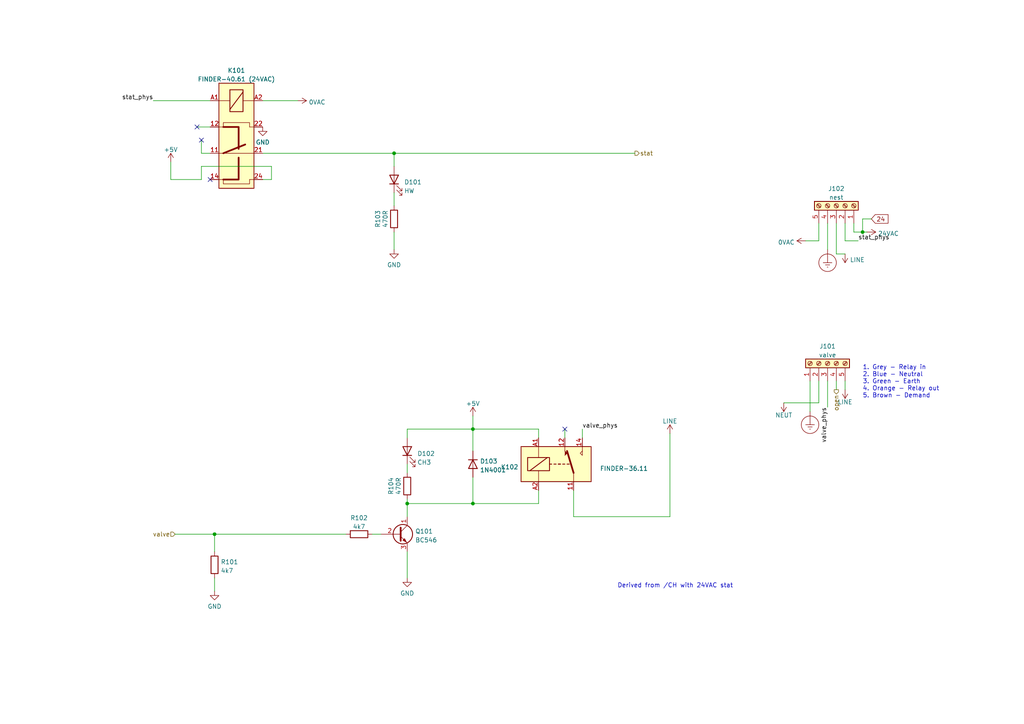
<source format=kicad_sch>
(kicad_sch (version 20211123) (generator eeschema)
  (paper "A4")
  (lib_symbols
    (symbol "Connector:Screw_Terminal_01x05" (pin_names (offset 1.016) hide)
      (property "Reference" "J" (at 0 7.62 0))
      (property "Value" "Screw_Terminal_01x05" (at 0 -7.62 0))
      (symbol "Screw_Terminal_01x05_1_1"
        (rectangle (start -1.27 6.35) (end 1.27 -6.35) (stroke (width 0.254)) (fill (type background)))
        (circle (center 0 -5.08) (radius 0.635) (stroke (width 0.1524)))
        (circle (center 0 -2.54) (radius 0.635) (stroke (width 0.1524)))
        (polyline (pts (xy -0.5334 -4.7498) (xy 0.3302 -5.588)) (stroke (width 0.1524)))
        (polyline (pts (xy -0.5334 -2.2098) (xy 0.3302 -3.048)) (stroke (width 0.1524)))
        (polyline (pts (xy -0.5334 0.3302) (xy 0.3302 -0.508)) (stroke (width 0.1524)))
        (polyline (pts (xy -0.5334 2.8702) (xy 0.3302 2.032)) (stroke (width 0.1524)))
        (polyline (pts (xy -0.5334 5.4102) (xy 0.3302 4.572)) (stroke (width 0.1524)))
        (polyline (pts (xy -0.3556 -4.572) (xy 0.508 -5.4102)) (stroke (width 0.1524)))
        (polyline (pts (xy -0.3556 -2.032) (xy 0.508 -2.8702)) (stroke (width 0.1524)))
        (polyline (pts (xy -0.3556 0.508) (xy 0.508 -0.3302)) (stroke (width 0.1524)))
        (polyline (pts (xy -0.3556 3.048) (xy 0.508 2.2098)) (stroke (width 0.1524)))
        (polyline (pts (xy -0.3556 5.588) (xy 0.508 4.7498)) (stroke (width 0.1524)))
        (circle (center 0 0) (radius 0.635) (stroke (width 0.1524)))
        (circle (center 0 2.54) (radius 0.635) (stroke (width 0.1524)))
        (circle (center 0 5.08) (radius 0.635) (stroke (width 0.1524)))
        (pin passive line (at -5.08 5.08 0) (length 3.81) (name "Pin_1") (number "1"))
        (pin passive line (at -5.08 2.54 0) (length 3.81) (name "Pin_2") (number "2"))
        (pin passive line (at -5.08 0 0) (length 3.81) (name "Pin_3") (number "3"))
        (pin passive line (at -5.08 -2.54 0) (length 3.81) (name "Pin_4") (number "4"))
        (pin passive line (at -5.08 -5.08 0) (length 3.81) (name "Pin_5") (number "5"))
      )
    )
    (symbol "Device:LED" (pin_numbers hide) (pin_names (offset 1.016) hide)
      (property "Reference" "D" (at 0 2.54 0))
      (property "Value" "LED" (at 0 -2.54 0))
      (symbol "LED_0_1"
        (polyline (pts (xy -1.27 -1.27) (xy -1.27 1.27)) (stroke (width 0.254)))
        (polyline (pts (xy -1.27 0) (xy 1.27 0)))
        (polyline (pts (xy 1.27 -1.27) (xy 1.27 1.27) (xy -1.27 0) (xy 1.27 -1.27)) (stroke (width 0.254)))
        (polyline (pts (xy -3.048 -0.762) (xy -4.572 -2.286) (xy -3.81 -2.286) (xy -4.572 -2.286) (xy -4.572 -1.524)))
        (polyline (pts (xy -1.778 -0.762) (xy -3.302 -2.286) (xy -2.54 -2.286) (xy -3.302 -2.286) (xy -3.302 -1.524)))
      )
      (symbol "LED_1_1"
        (pin passive line (at -3.81 0 0) (length 2.54) (name "K") (number "1"))
        (pin passive line (at 3.81 0 180) (length 2.54) (name "A") (number "2"))
      )
    )
    (symbol "Device:R" (pin_numbers hide) (pin_names (offset 0))
      (property "Reference" "R" (at 2.032 0 90))
      (property "Value" "R" (at 0 0 90))
      (symbol "R_0_1"
        (rectangle (start -1.016 -2.54) (end 1.016 2.54) (stroke (width 0.254)))
      )
      (symbol "R_1_1"
        (pin passive line (at 0 3.81 270) (length 1.27) (name "~") (number "1"))
        (pin passive line (at 0 -3.81 90) (length 1.27) (name "~") (number "2"))
      )
    )
    (symbol "Diode:1N4001" (pin_numbers hide) (pin_names (offset 1.016) hide)
      (property "Reference" "D" (at 0 2.54 0))
      (property "Value" "1N4001" (at 0 -2.54 0))
      (symbol "1N4001_0_1"
        (polyline (pts (xy -1.27 1.27) (xy -1.27 -1.27)) (stroke (width 0.254)))
        (polyline (pts (xy 1.27 0) (xy -1.27 0)))
        (polyline (pts (xy 1.27 1.27) (xy 1.27 -1.27) (xy -1.27 0) (xy 1.27 1.27)) (stroke (width 0.254)))
      )
      (symbol "1N4001_1_1"
        (pin passive line (at -3.81 0 0) (length 2.54) (name "K") (number "1"))
        (pin passive line (at 3.81 0 180) (length 2.54) (name "A") (number "2"))
      )
    )
    (symbol "Transistor_BJT:BC546" (pin_names (offset 0) hide)
      (property "Reference" "Q" (at 5.08 1.905 0))
      (property "Value" "BC546" (at 5.08 0 0))
      (symbol "BC546_0_1"
        (polyline (pts (xy 0 0) (xy 0.635 0)))
        (polyline (pts (xy 0.635 0.635) (xy 2.54 2.54)))
        (polyline (pts (xy 0.635 -0.635) (xy 2.54 -2.54) (xy 2.54 -2.54)))
        (polyline (pts (xy 0.635 1.905) (xy 0.635 -1.905) (xy 0.635 -1.905)) (stroke (width 0.508)))
        (polyline (pts (xy 1.27 -1.778) (xy 1.778 -1.27) (xy 2.286 -2.286) (xy 1.27 -1.778) (xy 1.27 -1.778)) (fill (type outline)))
        (circle (center 1.27 0) (radius 2.8194) (stroke (width 0.254)))
      )
      (symbol "BC546_1_1"
        (pin passive line (at 2.54 5.08 270) (length 2.54) (name "C") (number "1"))
        (pin input line (at -5.08 0 0) (length 5.08) (name "B") (number "2"))
        (pin passive line (at 2.54 -5.08 90) (length 2.54) (name "E") (number "3"))
      )
    )
    (symbol "boiler_ctrl_v2:0VAC" (power) (pin_names (offset 0))
      (property "Value" "0VAC" (at 0 3.81 0))
      (symbol "0VAC_0_1"
        (polyline (pts (xy -0.762 1.27) (xy 0 2.54)))
        (polyline (pts (xy 0 0) (xy 0 2.54)))
        (polyline (pts (xy 0 2.54) (xy 0.762 1.27)))
      )
      (symbol "0VAC_1_1"
        (pin power_in line (at 0 0 90) (length 0) hide (name "0VAC") (number "1"))
      )
    )
    (symbol "boiler_ctrl_v2:24VAC" (power) (pin_names (offset 0))
      (property "Value" "24VAC" (at 0 3.81 0))
      (symbol "24VAC_0_1"
        (polyline (pts (xy -0.762 1.27) (xy 0 2.54)))
        (polyline (pts (xy 0 0) (xy 0 2.54)))
        (polyline (pts (xy 0 2.54) (xy 0.762 1.27)))
      )
      (symbol "24VAC_1_1"
        (pin power_out line (at 0 0 90) (length 0) hide (name "24VAC") (number "1"))
      )
    )
    (symbol "edd:FINDER-36.11"
      (property "Reference" "K" (at 11.43 3.81 0))
      (property "Value" "FINDER-36.11" (at 11.43 1.27 0))
      (symbol "FINDER-36.11_0_0"
        (polyline (pts (xy 2.54 3.81) (xy 2.54 5.08)))
        (polyline (pts (xy 7.62 3.81) (xy 7.62 5.08)))
        (polyline (pts (xy 7.62 3.81) (xy 7.62 2.54) (xy 6.985 3.175) (xy 7.62 3.81)))
      )
      (symbol "FINDER-36.11_0_1"
        (rectangle (start -10.16 5.08) (end 10.16 -5.08) (stroke (width 0.254)) (fill (type background)))
        (rectangle (start -8.255 1.905) (end -1.905 -1.905) (stroke (width 0.254)))
        (polyline (pts (xy -7.62 -1.905) (xy -2.54 1.905)) (stroke (width 0.254)))
        (polyline (pts (xy -5.08 -5.08) (xy -5.08 -1.905)))
        (polyline (pts (xy -5.08 5.08) (xy -5.08 1.905)))
        (polyline (pts (xy -1.905 0) (xy -1.27 0)) (stroke (width 0.254)))
        (polyline (pts (xy -0.635 0) (xy 0 0)) (stroke (width 0.254)))
        (polyline (pts (xy 0.635 0) (xy 1.27 0)) (stroke (width 0.254)))
        (polyline (pts (xy 0.635 0) (xy 1.27 0)) (stroke (width 0.254)))
        (polyline (pts (xy 1.905 0) (xy 2.54 0)) (stroke (width 0.254)))
        (polyline (pts (xy 3.175 0) (xy 3.81 0)) (stroke (width 0.254)))
        (polyline (pts (xy 5.08 -2.54) (xy 3.175 3.81)) (stroke (width 0.508)))
        (polyline (pts (xy 5.08 -2.54) (xy 5.08 -5.08)))
        (polyline (pts (xy 2.54 2.54) (xy 3.175 3.175) (xy 2.54 3.81)) (fill (type outline)))
      )
      (symbol "FINDER-36.11_1_1"
        (pin passive line (at 5.08 -7.62 90) (length 2.54) (name "~") (number "11"))
        (pin passive line (at 2.54 7.62 270) (length 2.54) (name "~") (number "12"))
        (pin passive line (at 7.62 7.62 270) (length 2.54) (name "~") (number "14"))
        (pin passive line (at -5.08 7.62 270) (length 2.54) (name "~") (number "A1"))
        (pin passive line (at -5.08 -7.62 90) (length 2.54) (name "~") (number "A2"))
      )
    )
    (symbol "edd:FINDER-40.61"
      (property "Reference" "K2" (at 3.175 19.5748 0))
      (property "Value" "FINDER-40.61" (at 3.175 17.0379 0))
      (symbol "FINDER-40.61_0_0"
        (polyline (pts (xy 2.54 -3.81) (xy 2.54 -5.08)))
        (polyline (pts (xy 2.54 3.81) (xy 2.54 5.08)))
        (polyline (pts (xy 17.78 -3.81) (xy 17.78 -5.08)))
        (polyline (pts (xy 17.78 3.81) (xy 17.78 5.08)))
      )
      (symbol "FINDER-40.61_0_1"
        (rectangle (start -10.16 5.08) (end 20.32 -5.08) (stroke (width 0.254)) (fill (type background)))
        (rectangle (start -8.255 1.905) (end -1.905 -1.905) (stroke (width 0.254)))
        (polyline (pts (xy -7.62 -1.905) (xy -2.54 1.905)) (stroke (width 0.254)))
        (polyline (pts (xy -5.08 -5.08) (xy -5.08 -1.905)))
        (polyline (pts (xy -5.08 5.08) (xy -5.08 1.905)))
        (polyline (pts (xy 10.16 -3.81) (xy 10.16 -5.08)))
        (polyline (pts (xy 10.16 3.81) (xy 7.62 -2.54)) (stroke (width 0.5)))
        (polyline (pts (xy 10.16 3.81) (xy 10.16 -3.81)))
        (polyline (pts (xy 10.16 3.81) (xy 10.16 5.08)))
        (polyline (pts (xy 2.54 3.81) (xy 2.54 -0.635) (xy 8.89 -0.635)) (stroke (width 0.5)))
        (polyline (pts (xy 11.43 -0.635) (xy 17.78 -0.635) (xy 17.78 3.81)) (stroke (width 0.5)))
        (polyline (pts (xy 2.54 3.81) (xy 1.27 3.81) (xy 1.27 -3.81) (xy 2.54 -3.81)))
        (polyline (pts (xy 17.78 3.81) (xy 19.05 3.81) (xy 19.05 -3.81) (xy 17.78 -3.81)))
      )
      (symbol "FINDER-40.61_1_1"
        (pin passive line (at 10.16 7.62 270) (length 2.54) (name "") (number "11"))
        (pin passive line (at 2.54 7.62 270) (length 2.54) (name "~") (number "12"))
        (pin passive line (at 17.78 7.62 270) (length 2.54) (name "~") (number "14"))
        (pin passive line (at 10.16 -7.62 90) (length 2.54) (name "~") (number "21"))
        (pin passive line (at 2.54 -7.62 90) (length 2.54) (name "~") (number "22"))
        (pin passive line (at 17.78 -7.62 90) (length 2.54) (name "~") (number "24"))
        (pin passive line (at -5.08 7.62 270) (length 2.54) (name "~") (number "A1"))
        (pin passive line (at -5.08 -7.62 90) (length 2.54) (name "~") (number "A2"))
      )
    )
    (symbol "edd:L" (power) (pin_names (offset 0))
      (property "Value" "L" (at 0 3.81 0))
      (symbol "L_0_1"
        (polyline (pts (xy -0.762 1.27) (xy 0 2.54)))
        (polyline (pts (xy 0 0) (xy 0 2.54)))
        (polyline (pts (xy 0 2.54) (xy 0.762 1.27)))
      )
      (symbol "L_1_1"
        (pin power_in line (at 0 0 90) (length 0) hide (name "LINE") (number "1"))
      )
    )
    (symbol "edd:N" (power) (pin_names (offset 0))
      (property "Value" "N" (at 0 3.5758 0))
      (symbol "N_0_1"
        (polyline (pts (xy -0.762 1.27) (xy 0 2.54)))
        (polyline (pts (xy 0 0) (xy 0 2.54)))
        (polyline (pts (xy 0 2.54) (xy 0.762 1.27)))
      )
      (symbol "N_1_1"
        (pin power_in line (at 0 0 90) (length 0) hide (name "NEUT") (number "1"))
      )
    )
    (symbol "power:+5V" (power) (pin_names (offset 0))
      (property "Value" "+5V" (at 0 3.556 0))
      (symbol "+5V_0_1"
        (polyline (pts (xy -0.762 1.27) (xy 0 2.54)))
        (polyline (pts (xy 0 0) (xy 0 2.54)))
        (polyline (pts (xy 0 2.54) (xy 0.762 1.27)))
      )
      (symbol "+5V_1_1"
        (pin power_in line (at 0 0 90) (length 0) hide (name "+5V") (number "1"))
      )
    )
    (symbol "power:Earth_Protective" (power) (pin_names (offset 0))
      (symbol "Earth_Protective_0_1"
        (circle (center 0 -3.81) (radius 2.54))
        (polyline (pts (xy -0.635 -4.445) (xy 0.635 -4.445)))
        (polyline (pts (xy -0.127 -5.08) (xy 0.127 -5.08)))
        (polyline (pts (xy 0 -3.81) (xy 0 0)))
        (polyline (pts (xy 1.27 -3.81) (xy -1.27 -3.81)))
      )
      (symbol "Earth_Protective_1_1"
        (pin power_in line (at 0 0 270) (length 0) hide (name "Earth_Protective") (number "1"))
      )
    )
    (symbol "power:GND" (power) (pin_names (offset 0))
      (property "Value" "GND" (at 0 -3.81 0))
      (symbol "GND_0_1"
        (polyline (pts (xy 0 0) (xy 0 -1.27) (xy 1.27 -1.27) (xy 0 -2.54) (xy -1.27 -1.27) (xy 0 -1.27)))
      )
      (symbol "GND_1_1"
        (pin power_in line (at 0 0 270) (length 0) hide (name "GND") (number "1"))
      )
    )
  )
  (junction (at 250.19 67.31))
  (junction (at 118.11 146.05))
  (junction (at 137.16 146.05))
  (junction (at 62.23 154.94))
  (junction (at 114.3 44.45))
  (junction (at 137.16 124.46))
  (no_connect (at 58.42 40.64))
  (no_connect (at 57.15 36.83))
  (no_connect (at 60.96 52.07))
  (no_connect (at 163.83 124.46))
  (wire (pts (xy 114.3 55.88) (xy 114.3 59.69)))
  (wire (pts (xy 168.91 124.46) (xy 168.91 127)))
  (wire (pts (xy 247.65 64.77) (xy 247.65 67.31)))
  (wire (pts (xy 137.16 138.43) (xy 137.16 146.05)))
  (wire (pts (xy 237.49 64.77) (xy 237.49 69.85)))
  (wire (pts (xy 76.2 44.45) (xy 114.3 44.45)))
  (wire (pts (xy 49.53 52.07) (xy 58.42 52.07)))
  (wire (pts (xy 58.42 44.45) (xy 58.42 40.64)))
  (wire (pts (xy 245.11 110.49) (xy 245.11 113.03)))
  (wire (pts (xy 58.42 48.26) (xy 78.74 48.26)))
  (wire (pts (xy 137.16 146.05) (xy 118.11 146.05)))
  (wire (pts (xy 118.11 144.78) (xy 118.11 146.05)))
  (wire (pts (xy 78.74 52.07) (xy 76.2 52.07)))
  (wire (pts (xy 118.11 146.05) (xy 118.11 149.86)))
  (wire (pts (xy 233.68 69.85) (xy 237.49 69.85)))
  (wire (pts (xy 137.16 124.46) (xy 156.21 124.46)))
  (wire (pts (xy 107.95 154.94) (xy 110.49 154.94)))
  (wire (pts (xy 76.2 29.21) (xy 86.36 29.21)))
  (wire (pts (xy 250.19 67.31) (xy 251.46 67.31)))
  (wire (pts (xy 62.23 154.94) (xy 62.23 160.02)))
  (wire (pts (xy 118.11 160.02) (xy 118.11 167.64)))
  (wire (pts (xy 245.11 69.85) (xy 245.11 64.77)))
  (wire (pts (xy 250.19 63.5) (xy 250.19 67.31)))
  (wire (pts (xy 163.83 124.46) (xy 163.83 127)))
  (wire (pts (xy 114.3 48.26) (xy 114.3 44.45)))
  (wire (pts (xy 60.96 44.45) (xy 58.42 44.45)))
  (wire (pts (xy 137.16 124.46) (xy 137.16 130.81)))
  (wire (pts (xy 248.92 69.85) (xy 245.11 69.85)))
  (wire (pts (xy 242.57 64.77) (xy 242.57 73.66)))
  (wire (pts (xy 166.37 149.86) (xy 194.31 149.86)))
  (wire (pts (xy 114.3 44.45) (xy 184.15 44.45)))
  (wire (pts (xy 78.74 48.26) (xy 78.74 52.07)))
  (wire (pts (xy 156.21 124.46) (xy 156.21 127)))
  (wire (pts (xy 50.8 154.94) (xy 62.23 154.94)))
  (wire (pts (xy 240.03 64.77) (xy 240.03 72.39)))
  (wire (pts (xy 60.96 36.83) (xy 57.15 36.83)))
  (wire (pts (xy 194.31 149.86) (xy 194.31 125.73)))
  (wire (pts (xy 44.45 29.21) (xy 60.96 29.21)))
  (wire (pts (xy 118.11 124.46) (xy 118.11 127)))
  (wire (pts (xy 118.11 124.46) (xy 137.16 124.46)))
  (wire (pts (xy 247.65 67.31) (xy 250.19 67.31)))
  (wire (pts (xy 234.95 110.49) (xy 234.95 119.38)))
  (wire (pts (xy 156.21 142.24) (xy 156.21 146.05)))
  (wire (pts (xy 137.16 120.65) (xy 137.16 124.46)))
  (wire (pts (xy 237.49 116.84) (xy 227.33 116.84)))
  (wire (pts (xy 166.37 142.24) (xy 166.37 149.86)))
  (wire (pts (xy 58.42 52.07) (xy 58.42 48.26)))
  (wire (pts (xy 240.03 110.49) (xy 240.03 118.11)))
  (wire (pts (xy 62.23 154.94) (xy 100.33 154.94)))
  (wire (pts (xy 118.11 137.16) (xy 118.11 134.62)))
  (wire (pts (xy 156.21 146.05) (xy 137.16 146.05)))
  (wire (pts (xy 49.53 46.99) (xy 49.53 52.07)))
  (wire (pts (xy 252.73 63.5) (xy 250.19 63.5)))
  (wire (pts (xy 62.23 167.64) (xy 62.23 171.45)))
  (wire (pts (xy 242.57 110.49) (xy 242.57 113.03)))
  (wire (pts (xy 242.57 73.66) (xy 245.11 73.66)))
  (wire (pts (xy 237.49 110.49) (xy 237.49 116.84)))
  (wire (pts (xy 114.3 67.31) (xy 114.3 72.39)))
  (text "Derived from /CH with 24VAC stat\n " (at 179.07 172.72 0) (effects (font (size 1.27 1.27)) (justify left bottom)))
  (text "1. Grey - Relay in\n2. Blue - Neutral\n3. Green - Earth\n4. Orange - Relay out\n5. Brown - Demand\n" (at 250.19 115.57 0) (effects (font (size 1.27 1.27)) (justify left bottom)))
  (label "valve_phys" (at 240.03 118.11 270))
  (label "stat_phys" (at 44.45 29.21 180))
  (label "stat_phys" (at 248.92 69.85 0))
  (label "valve_phys" (at 168.91 124.46 0))
  (global_label "24" (shape input) (at 252.73 63.5 0) (property "Intersheet References" "${INTERSHEET_REFS}" (effects hide)))
  (hierarchical_label "open" (shape output) (at 242.57 113.03 270))
  (hierarchical_label "stat" (shape output) (at 184.15 44.45 0))
  (hierarchical_label "valve" (shape input) (at 50.8 154.94 180))
  (symbol (lib_id "edd:L") (at 194.31 125.73 0) (unit 1)
    (property "Reference" "#PWR0107" (effects hide))
    (property "Value" "L" (at 194.31 122.1542 0))
  )
  (symbol (lib_id "edd:L") (at 245.11 113.03 180) (unit 1)
    (property "Reference" "#PWR0113" (effects hide))
    (property "Value" "L" (at 245.11 116.6058 0))
  )
  (symbol (lib_id "Device:LED") (at 118.11 130.81 90) (unit 1)
    (property "Reference" "D102" (at 121.031 131.5628 90) (effects (justify right)))
    (property "Value" "CH3" (at 121.031 134.0997 90) (effects (justify right)))
    (property "Footprint" "LED_SMD:LED_1206_3216Metric_Pad1.42x1.75mm_HandSolder" (effects hide))
  )
  (symbol (lib_id "power:GND") (at 62.23 171.45 0) (unit 1)
    (property "Reference" "#PWR0102" (effects hide))
    (property "Value" "GND" (at 62.23 175.8934 0))
  )
  (symbol (lib_id "power:+5V") (at 137.16 120.65 0) (unit 1)
    (property "Reference" "#PWR0106" (effects hide))
    (property "Value" "+5V" (at 137.16 117.0742 0))
  )
  (symbol (lib_id "Device:R") (at 114.3 63.5 180) (unit 1)
    (property "Reference" "R103" (at 109.5842 63.5 90))
    (property "Value" "470R" (at 111.76 63.5 90))
    (property "Footprint" "Resistor_SMD:R_0805_2012Metric_Pad1.20x1.40mm_HandSolder" (effects hide))
  )
  (symbol (lib_id "Device:R") (at 118.11 140.97 180) (unit 1)
    (property "Reference" "R104" (at 113.3942 140.97 90))
    (property "Value" "470R" (at 115.57 140.97 90))
    (property "Footprint" "Resistor_SMD:R_0805_2012Metric_Pad1.20x1.40mm_HandSolder" (effects hide))
  )
  (symbol (lib_id "power:Earth_Protective") (at 234.95 119.38 0) (unit 1)
    (property "Reference" "#PWR0110" (effects hide))
    (property "Value" "Earth_Protective" (effects hide))
  )
  (symbol (lib_id "Device:R") (at 104.14 154.94 90) (unit 1)
    (property "Reference" "R102" (at 104.14 150.2242 90))
    (property "Value" "4k7" (at 104.14 152.7611 90))
    (property "Footprint" "Resistor_SMD:R_0805_2012Metric_Pad1.20x1.40mm_HandSolder" (effects hide))
  )
  (symbol (lib_id "edd:FINDER-40.61") (at 68.58 34.29 90) (mirror x) (unit 1)
    (property "Reference" "K101" (at 68.58 20.4302 90))
    (property "Value" "FINDER-40.61 (24VAC)" (at 68.58 22.9671 90))
    (property "Footprint" "edd:FINDER 40.61" (effects hide))
  )
  (symbol (lib_id "Connector:Screw_Terminal_01x05") (at 242.57 59.69 270) (mirror x) (unit 1)
    (property "Reference" "J102" (at 242.57 54.7202 90))
    (property "Value" "nest" (at 242.57 57.2571 90))
    (property "Footprint" "edd:CAMDENBOSS CTB0700_5" (effects hide))
  )
  (symbol (lib_id "power:+5V") (at 49.53 46.99 0) (unit 1)
    (property "Reference" "#PWR0101" (effects hide))
    (property "Value" "+5V" (at 49.53 43.4142 0))
  )
  (symbol (lib_id "boiler_ctrl_v2:0VAC") (at 233.68 69.85 90) (unit 1)
    (property "Reference" "#PWR0109" (effects hide))
    (property "Value" "0VAC" (at 230.5051 70.2838 90) (effects (justify left)))
  )
  (symbol (lib_id "boiler_ctrl_v2:0VAC") (at 86.36 29.21 270) (unit 1)
    (property "Reference" "#PWR0103" (effects hide))
    (property "Value" "0VAC" (at 89.535 29.6438 90) (effects (justify left)))
  )
  (symbol (lib_id "boiler_ctrl_v2:24VAC") (at 251.46 67.31 270) (unit 1)
    (property "Reference" "#PWR0114" (effects hide))
    (property "Value" "24VAC" (at 254.635 67.7438 90) (effects (justify left)))
  )
  (symbol (lib_id "Connector:Screw_Terminal_01x05") (at 240.03 105.41 90) (unit 1)
    (property "Reference" "J101" (at 240.03 100.4402 90))
    (property "Value" "valve" (at 240.03 102.9771 90))
    (property "Footprint" "edd:CAMDENBOSS CTB0700_5" (effects hide))
  )
  (symbol (lib_id "edd:N") (at 227.33 116.84 180) (unit 1)
    (property "Reference" "#PWR0108" (effects hide))
    (property "Value" "N" (at 227.33 120.4158 0))
  )
  (symbol (lib_id "power:GND") (at 114.3 72.39 0) (unit 1)
    (property "Reference" "#PWR0104" (effects hide))
    (property "Value" "GND" (at 114.3 76.8334 0))
  )
  (symbol (lib_id "power:GND") (at 76.2 36.83 0) (unit 1)
    (property "Reference" "#PWR0116" (effects hide))
    (property "Value" "GND" (at 76.2 41.2734 0))
  )
  (symbol (lib_id "power:Earth_Protective") (at 240.03 72.39 0) (unit 1)
    (property "Reference" "#PWR0111" (effects hide))
    (property "Value" "Earth_Protective" (effects hide))
  )
  (symbol (lib_id "Device:LED") (at 114.3 52.07 90) (unit 1)
    (property "Reference" "D101" (at 117.221 52.8228 90) (effects (justify right)))
    (property "Value" "HW" (at 117.221 55.3597 90) (effects (justify right)))
    (property "Footprint" "LED_SMD:LED_1206_3216Metric_Pad1.42x1.75mm_HandSolder" (effects hide))
  )
  (symbol (lib_id "Device:R") (at 62.23 163.83 0) (unit 1)
    (property "Reference" "R101" (at 64.008 162.9953 0) (effects (justify left)))
    (property "Value" "4k7" (at 64.008 165.5322 0) (effects (justify left)))
    (property "Footprint" "Resistor_SMD:R_0805_2012Metric_Pad1.20x1.40mm_HandSolder" (effects hide))
  )
  (symbol (lib_id "edd:L") (at 245.11 73.66 180) (unit 1)
    (property "Reference" "#PWR0112" (effects hide))
    (property "Value" "L" (at 246.507 75.3638 0) (effects (justify right)))
  )
  (symbol (lib_id "edd:FINDER-36.11") (at 161.29 134.62 0) (unit 1)
    (property "Reference" "K102" (at 150.3681 135.4547 0) (effects (justify right)))
    (property "Value" "FINDER-36.11" (at 187.96 135.89 0) (effects (justify right)))
    (property "Footprint" "Relay_THT:Relay_SPDT_Finder_36.11" (effects hide))
  )
  (symbol (lib_id "power:GND") (at 118.11 167.64 0) (unit 1)
    (property "Reference" "#PWR0105" (effects hide))
    (property "Value" "GND" (at 118.11 172.0834 0))
  )
  (symbol (lib_id "Transistor_BJT:BC546") (at 115.57 154.94 0) (unit 1)
    (property "Reference" "Q101" (at 120.4214 154.1053 0) (effects (justify left)))
    (property "Value" "BC546" (at 120.4214 156.6422 0) (effects (justify left)))
    (property "Footprint" "edd:TO-92_Inline" (effects hide))
    (property "Datasheet" "https://www.onsemi.com/pub/Collateral/BC550-D.pdf" (effects hide))
  )
  (symbol (lib_id "Diode:1N4001") (at 137.16 134.62 270) (unit 1)
    (property "Reference" "D103" (at 139.192 133.7853 90) (effects (justify left)))
    (property "Value" "1N4001" (at 139.192 136.3222 90) (effects (justify left)))
    (property "Footprint" "edd:D_DO-41_SOD81_P12mm_Horizontal" (effects hide))
    (property "Datasheet" "http://www.vishay.com/docs/88503/1n4001.pdf" (effects hide))
  )
)
</source>
